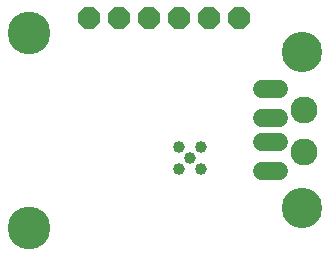
<source format=gbr>
G04 EAGLE Gerber RS-274X export*
G75*
%MOMM*%
%FSLAX34Y34*%
%LPD*%
%INSoldermask Bottom*%
%IPPOS*%
%AMOC8*
5,1,8,0,0,1.08239X$1,22.5*%
G01*
%ADD10C,1.009600*%
%ADD11C,3.617600*%
%ADD12C,2.286000*%
%ADD13C,1.559600*%
%ADD14C,3.417600*%
%ADD15P,2.034460X8X112.500000*%


D10*
X161430Y84280D03*
X170430Y75280D03*
X152430Y75280D03*
X152430Y93280D03*
X170430Y93280D03*
D11*
X25400Y190500D03*
X25400Y25400D03*
D12*
X257810Y124680D03*
X257810Y89680D03*
D13*
X236730Y97950D02*
X222150Y97950D01*
X222150Y117950D02*
X236730Y117950D01*
X236730Y72950D02*
X222150Y72950D01*
X222150Y142950D02*
X236730Y142950D01*
D14*
X256540Y42250D03*
X256540Y173650D03*
D15*
X76200Y203200D03*
X101600Y203200D03*
X127000Y203200D03*
X152400Y203200D03*
X177800Y203200D03*
X203200Y203200D03*
M02*

</source>
